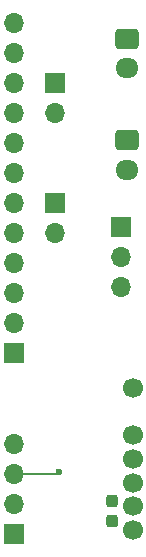
<source format=gbr>
%TF.GenerationSoftware,KiCad,Pcbnew,8.0.9-8.0.9-0~ubuntu22.04.1*%
%TF.CreationDate,2025-12-16T17:58:39+09:00*%
%TF.ProjectId,Jetson_Side_Expand_Board,4a657473-6f6e-45f5-9369-64655f457870,rev?*%
%TF.SameCoordinates,Original*%
%TF.FileFunction,Copper,L2,Bot*%
%TF.FilePolarity,Positive*%
%FSLAX46Y46*%
G04 Gerber Fmt 4.6, Leading zero omitted, Abs format (unit mm)*
G04 Created by KiCad (PCBNEW 8.0.9-8.0.9-0~ubuntu22.04.1) date 2025-12-16 17:58:39*
%MOMM*%
%LPD*%
G01*
G04 APERTURE LIST*
G04 Aperture macros list*
%AMRoundRect*
0 Rectangle with rounded corners*
0 $1 Rounding radius*
0 $2 $3 $4 $5 $6 $7 $8 $9 X,Y pos of 4 corners*
0 Add a 4 corners polygon primitive as box body*
4,1,4,$2,$3,$4,$5,$6,$7,$8,$9,$2,$3,0*
0 Add four circle primitives for the rounded corners*
1,1,$1+$1,$2,$3*
1,1,$1+$1,$4,$5*
1,1,$1+$1,$6,$7*
1,1,$1+$1,$8,$9*
0 Add four rect primitives between the rounded corners*
20,1,$1+$1,$2,$3,$4,$5,0*
20,1,$1+$1,$4,$5,$6,$7,0*
20,1,$1+$1,$6,$7,$8,$9,0*
20,1,$1+$1,$8,$9,$2,$3,0*%
G04 Aperture macros list end*
%TA.AperFunction,ComponentPad*%
%ADD10R,1.700000X1.700000*%
%TD*%
%TA.AperFunction,ComponentPad*%
%ADD11O,1.700000X1.700000*%
%TD*%
%TA.AperFunction,ComponentPad*%
%ADD12C,1.700000*%
%TD*%
%TA.AperFunction,ComponentPad*%
%ADD13RoundRect,0.250000X-0.725000X0.600000X-0.725000X-0.600000X0.725000X-0.600000X0.725000X0.600000X0*%
%TD*%
%TA.AperFunction,ComponentPad*%
%ADD14O,1.950000X1.700000*%
%TD*%
%TA.AperFunction,SMDPad,CuDef*%
%ADD15RoundRect,0.237500X-0.237500X0.300000X-0.237500X-0.300000X0.237500X-0.300000X0.237500X0.300000X0*%
%TD*%
%TA.AperFunction,ViaPad*%
%ADD16C,0.600000*%
%TD*%
%TA.AperFunction,Conductor*%
%ADD17C,0.200000*%
%TD*%
G04 APERTURE END LIST*
D10*
%TO.P,J8,1,Pin_1*%
%TO.N,GND*%
X125222000Y-89677000D03*
D11*
%TO.P,J8,2,Pin_2*%
%TO.N,/UART2_TXD (DEBUG)*%
X125222000Y-92217000D03*
%TO.P,J8,3,Pin_3*%
%TO.N,/UART2_RXD (DEBUG)*%
X125222000Y-94757000D03*
%TD*%
D12*
%TO.P,J3,0*%
%TO.N,N/C*%
X126238000Y-115284000D03*
X126238000Y-103284000D03*
%TO.P,J3,1,Pin_1*%
%TO.N,unconnected-(J3-Pin_1-Pad1)*%
X126238000Y-107284000D03*
%TO.P,J3,2,Pin_2*%
%TO.N,unconnected-(J3-Pin_2-Pad2)*%
X126238000Y-109284000D03*
%TO.P,J3,3,Pin_3*%
%TO.N,/CAN+*%
X126238000Y-111284000D03*
%TO.P,J3,4,Pin_4*%
%TO.N,/CAN-*%
X126238000Y-113284000D03*
%TD*%
D13*
%TO.P,J7,1,Pin_1*%
%TO.N,/SYS_RESET*%
X125730000Y-82296000D03*
D14*
%TO.P,J7,2,Pin_2*%
%TO.N,GND*%
X125730000Y-84796000D03*
%TD*%
D10*
%TO.P,J4,1,Pin_1*%
%TO.N,/Auto_Start2*%
X119634000Y-87625000D03*
D11*
%TO.P,J4,2,Pin_2*%
%TO.N,/Auto_Start1*%
X119634000Y-90165000D03*
%TD*%
D13*
%TO.P,J5,1,Pin_1*%
%TO.N,/SLEEP{slash}WAKE*%
X125730000Y-73700000D03*
D14*
%TO.P,J5,2,Pin_2*%
%TO.N,GND*%
X125730000Y-76200000D03*
%TD*%
D10*
%TO.P,J6,1,Pin_1*%
%TO.N,/FORCE_RECOVERY*%
X119634000Y-77465000D03*
D11*
%TO.P,J6,2,Pin_2*%
%TO.N,GND*%
X119634000Y-80005000D03*
%TD*%
D10*
%TO.P,J2,1,Pin_1*%
%TO.N,/CAN_TX*%
X116160000Y-115610000D03*
D11*
%TO.P,J2,2,Pin_2*%
%TO.N,/CAN_RX*%
X116160000Y-113070000D03*
%TO.P,J2,3,Pin_3*%
%TO.N,GND*%
X116160000Y-110530000D03*
%TO.P,J2,4,Pin_4*%
%TO.N,+3.3V*%
X116160000Y-107990000D03*
%TD*%
D15*
%TO.P,R2,1*%
%TO.N,/CAN+*%
X124460000Y-112802500D03*
%TO.P,R2,2*%
%TO.N,/CAN-*%
X124460000Y-114527500D03*
%TD*%
D10*
%TO.P,J1,1,Pin_1*%
%TO.N,/PC_LED-*%
X116160000Y-100330000D03*
D11*
%TO.P,J1,2,Pin_2*%
%TO.N,/PC_LED+*%
X116160000Y-97790000D03*
%TO.P,J1,3,Pin_3*%
%TO.N,/UART2_RXD (DEBUG)*%
X116160000Y-95250000D03*
%TO.P,J1,4,Pin_4*%
%TO.N,/UART2_TXD (DEBUG)*%
X116160000Y-92710000D03*
%TO.P,J1,5,Pin_5*%
%TO.N,/Auto_Start1*%
X116160000Y-90170000D03*
%TO.P,J1,6,Pin_6*%
%TO.N,/Auto_Start2*%
X116160000Y-87630000D03*
%TO.P,J1,7,Pin_7*%
%TO.N,GND*%
X116160000Y-85090000D03*
%TO.P,J1,8,Pin_8*%
%TO.N,/SYS_RESET*%
X116160000Y-82550000D03*
%TO.P,J1,9,Pin_9*%
%TO.N,GND*%
X116160000Y-80010000D03*
%TO.P,J1,10,Pin_10*%
%TO.N,/FORCE_RECOVERY*%
X116160000Y-77470000D03*
%TO.P,J1,11,Pin_11*%
%TO.N,GND*%
X116160000Y-74930000D03*
%TO.P,J1,12,Pin_12*%
%TO.N,/SLEEP{slash}WAKE*%
X116160000Y-72390000D03*
%TD*%
D16*
%TO.N,GND*%
X119974721Y-110422960D03*
%TO.N,/CAN-*%
X124714000Y-114808000D03*
%TO.N,/CAN+*%
X124460000Y-112675500D03*
%TD*%
D17*
%TO.N,GND*%
X116160000Y-110530000D02*
X119867681Y-110530000D01*
X119867681Y-110530000D02*
X119974721Y-110422960D01*
%TO.N,/CAN-*%
X124714000Y-114654500D02*
X124460000Y-114400500D01*
X124714000Y-114808000D02*
X124714000Y-114654500D01*
X126084500Y-113130500D02*
X126238000Y-113284000D01*
%TO.N,/CAN+*%
X124460000Y-112522000D02*
X124460000Y-112675500D01*
X124587000Y-112395000D02*
X124460000Y-112522000D01*
X126116500Y-111405500D02*
X126238000Y-111284000D01*
%TD*%
M02*

</source>
